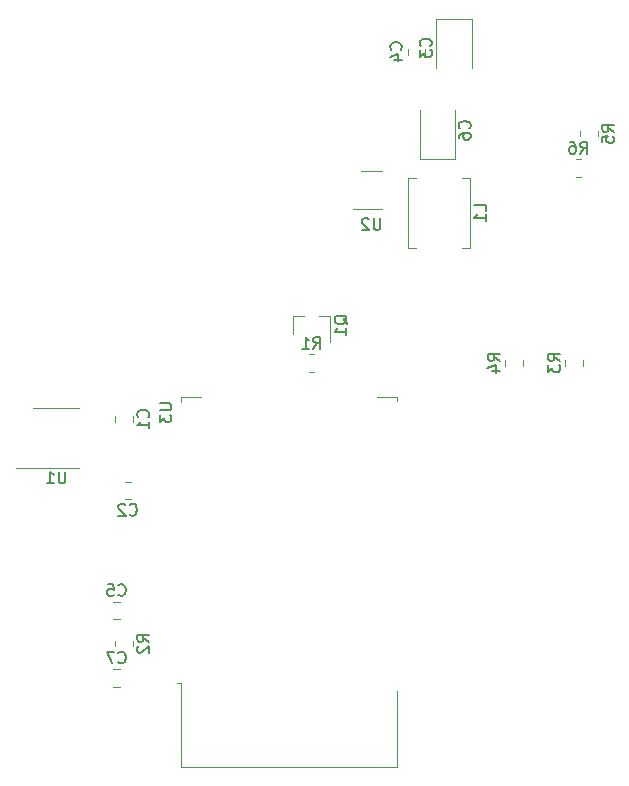
<source format=gbr>
%TF.GenerationSoftware,KiCad,Pcbnew,5.99.0+really5.1.9+dfsg1-1*%
%TF.CreationDate,2021-04-26T12:50:51+03:00*%
%TF.ProjectId,accessController,61636365-7373-4436-9f6e-74726f6c6c65,rev?*%
%TF.SameCoordinates,Original*%
%TF.FileFunction,Legend,Bot*%
%TF.FilePolarity,Positive*%
%FSLAX46Y46*%
G04 Gerber Fmt 4.6, Leading zero omitted, Abs format (unit mm)*
G04 Created by KiCad (PCBNEW 5.99.0+really5.1.9+dfsg1-1) date 2021-04-26 12:50:51*
%MOMM*%
%LPD*%
G01*
G04 APERTURE LIST*
%ADD10C,0.120000*%
%ADD11C,0.150000*%
G04 APERTURE END LIST*
D10*
%TO.C,C1*%
X111225000Y-98366252D02*
X111225000Y-97843748D01*
X109755000Y-98366252D02*
X109755000Y-97843748D01*
%TO.C,C2*%
X110548748Y-103405000D02*
X111071252Y-103405000D01*
X110548748Y-104875000D02*
X111071252Y-104875000D01*
%TO.C,C3*%
X139940000Y-64215000D02*
X139940000Y-68425000D01*
X136920000Y-64215000D02*
X139940000Y-64215000D01*
X136920000Y-68425000D02*
X136920000Y-64215000D01*
%TO.C,C4*%
X135990000Y-66733748D02*
X135990000Y-67256252D01*
X134520000Y-66733748D02*
X134520000Y-67256252D01*
%TO.C,C5*%
X110116252Y-115035000D02*
X109593748Y-115035000D01*
X110116252Y-113565000D02*
X109593748Y-113565000D01*
%TO.C,C6*%
X138543000Y-71910000D02*
X138543000Y-76120000D01*
X138543000Y-76120000D02*
X135523000Y-76120000D01*
X135523000Y-76120000D02*
X135523000Y-71910000D01*
%TO.C,C7*%
X110116252Y-119280000D02*
X109593748Y-119280000D01*
X110116252Y-120750000D02*
X109593748Y-120750000D01*
%TO.C,L1*%
X135230000Y-83605000D02*
X134550000Y-83605000D01*
X135230000Y-77685000D02*
X134550000Y-77685000D01*
X134550000Y-83605000D02*
X134550000Y-77685000D01*
X139770000Y-83605000D02*
X139090000Y-83605000D01*
X139770000Y-77685000D02*
X139090000Y-77685000D01*
X139770000Y-83605000D02*
X139770000Y-77685000D01*
%TO.C,Q1*%
X124785000Y-89410000D02*
X124785000Y-90870000D01*
X127945000Y-89410000D02*
X127945000Y-91570000D01*
X127945000Y-89410000D02*
X127015000Y-89410000D01*
X124785000Y-89410000D02*
X125715000Y-89410000D01*
%TO.C,R1*%
X126592064Y-92610000D02*
X126137936Y-92610000D01*
X126592064Y-94080000D02*
X126137936Y-94080000D01*
%TO.C,R2*%
X109755000Y-117344564D02*
X109755000Y-116890436D01*
X111225000Y-117344564D02*
X111225000Y-116890436D01*
%TO.C,R3*%
X149325000Y-93117936D02*
X149325000Y-93572064D01*
X147855000Y-93117936D02*
X147855000Y-93572064D01*
%TO.C,R4*%
X142775000Y-93117936D02*
X142775000Y-93572064D01*
X144245000Y-93117936D02*
X144245000Y-93572064D01*
%TO.C,R5*%
X150595000Y-74164564D02*
X150595000Y-73710436D01*
X149125000Y-74164564D02*
X149125000Y-73710436D01*
%TO.C,R6*%
X149198064Y-77570000D02*
X148743936Y-77570000D01*
X149198064Y-76100000D02*
X148743936Y-76100000D01*
%TO.C,U1*%
X104775000Y-102255000D02*
X101325000Y-102255000D01*
X104775000Y-102255000D02*
X106725000Y-102255000D01*
X104775000Y-97135000D02*
X102825000Y-97135000D01*
X104775000Y-97135000D02*
X106725000Y-97135000D01*
%TO.C,U2*%
X132345000Y-80350000D02*
X129895000Y-80350000D01*
X130545000Y-77130000D02*
X132345000Y-77130000D01*
%TO.C,U3*%
X115340000Y-96277000D02*
X117000000Y-96277000D01*
X115340000Y-96637000D02*
X115340000Y-96277000D01*
X133580000Y-96277000D02*
X131920000Y-96277000D01*
X133580000Y-96537000D02*
X133580000Y-96277000D01*
X115335000Y-127527000D02*
X133590000Y-127527000D01*
X115350000Y-120447000D02*
X115335000Y-127527000D01*
X133590000Y-121107000D02*
X133590000Y-127527000D01*
X115350000Y-120447000D02*
X114960000Y-120447000D01*
%TO.C,C1*%
D11*
X112527142Y-97938333D02*
X112574761Y-97890714D01*
X112622380Y-97747857D01*
X112622380Y-97652619D01*
X112574761Y-97509761D01*
X112479523Y-97414523D01*
X112384285Y-97366904D01*
X112193809Y-97319285D01*
X112050952Y-97319285D01*
X111860476Y-97366904D01*
X111765238Y-97414523D01*
X111670000Y-97509761D01*
X111622380Y-97652619D01*
X111622380Y-97747857D01*
X111670000Y-97890714D01*
X111717619Y-97938333D01*
X112622380Y-98890714D02*
X112622380Y-98319285D01*
X112622380Y-98605000D02*
X111622380Y-98605000D01*
X111765238Y-98509761D01*
X111860476Y-98414523D01*
X111908095Y-98319285D01*
%TO.C,C2*%
X110976666Y-106177142D02*
X111024285Y-106224761D01*
X111167142Y-106272380D01*
X111262380Y-106272380D01*
X111405238Y-106224761D01*
X111500476Y-106129523D01*
X111548095Y-106034285D01*
X111595714Y-105843809D01*
X111595714Y-105700952D01*
X111548095Y-105510476D01*
X111500476Y-105415238D01*
X111405238Y-105320000D01*
X111262380Y-105272380D01*
X111167142Y-105272380D01*
X111024285Y-105320000D01*
X110976666Y-105367619D01*
X110595714Y-105367619D02*
X110548095Y-105320000D01*
X110452857Y-105272380D01*
X110214761Y-105272380D01*
X110119523Y-105320000D01*
X110071904Y-105367619D01*
X110024285Y-105462857D01*
X110024285Y-105558095D01*
X110071904Y-105700952D01*
X110643333Y-106272380D01*
X110024285Y-106272380D01*
%TO.C,C3*%
X136437142Y-66508333D02*
X136484761Y-66460714D01*
X136532380Y-66317857D01*
X136532380Y-66222619D01*
X136484761Y-66079761D01*
X136389523Y-65984523D01*
X136294285Y-65936904D01*
X136103809Y-65889285D01*
X135960952Y-65889285D01*
X135770476Y-65936904D01*
X135675238Y-65984523D01*
X135580000Y-66079761D01*
X135532380Y-66222619D01*
X135532380Y-66317857D01*
X135580000Y-66460714D01*
X135627619Y-66508333D01*
X135532380Y-66841666D02*
X135532380Y-67460714D01*
X135913333Y-67127380D01*
X135913333Y-67270238D01*
X135960952Y-67365476D01*
X136008571Y-67413095D01*
X136103809Y-67460714D01*
X136341904Y-67460714D01*
X136437142Y-67413095D01*
X136484761Y-67365476D01*
X136532380Y-67270238D01*
X136532380Y-66984523D01*
X136484761Y-66889285D01*
X136437142Y-66841666D01*
%TO.C,C4*%
X133932142Y-66828333D02*
X133979761Y-66780714D01*
X134027380Y-66637857D01*
X134027380Y-66542619D01*
X133979761Y-66399761D01*
X133884523Y-66304523D01*
X133789285Y-66256904D01*
X133598809Y-66209285D01*
X133455952Y-66209285D01*
X133265476Y-66256904D01*
X133170238Y-66304523D01*
X133075000Y-66399761D01*
X133027380Y-66542619D01*
X133027380Y-66637857D01*
X133075000Y-66780714D01*
X133122619Y-66828333D01*
X133360714Y-67685476D02*
X134027380Y-67685476D01*
X132979761Y-67447380D02*
X133694047Y-67209285D01*
X133694047Y-67828333D01*
%TO.C,C5*%
X110021666Y-112977142D02*
X110069285Y-113024761D01*
X110212142Y-113072380D01*
X110307380Y-113072380D01*
X110450238Y-113024761D01*
X110545476Y-112929523D01*
X110593095Y-112834285D01*
X110640714Y-112643809D01*
X110640714Y-112500952D01*
X110593095Y-112310476D01*
X110545476Y-112215238D01*
X110450238Y-112120000D01*
X110307380Y-112072380D01*
X110212142Y-112072380D01*
X110069285Y-112120000D01*
X110021666Y-112167619D01*
X109116904Y-112072380D02*
X109593095Y-112072380D01*
X109640714Y-112548571D01*
X109593095Y-112500952D01*
X109497857Y-112453333D01*
X109259761Y-112453333D01*
X109164523Y-112500952D01*
X109116904Y-112548571D01*
X109069285Y-112643809D01*
X109069285Y-112881904D01*
X109116904Y-112977142D01*
X109164523Y-113024761D01*
X109259761Y-113072380D01*
X109497857Y-113072380D01*
X109593095Y-113024761D01*
X109640714Y-112977142D01*
%TO.C,C6*%
X139740142Y-73493333D02*
X139787761Y-73445714D01*
X139835380Y-73302857D01*
X139835380Y-73207619D01*
X139787761Y-73064761D01*
X139692523Y-72969523D01*
X139597285Y-72921904D01*
X139406809Y-72874285D01*
X139263952Y-72874285D01*
X139073476Y-72921904D01*
X138978238Y-72969523D01*
X138883000Y-73064761D01*
X138835380Y-73207619D01*
X138835380Y-73302857D01*
X138883000Y-73445714D01*
X138930619Y-73493333D01*
X138835380Y-74350476D02*
X138835380Y-74160000D01*
X138883000Y-74064761D01*
X138930619Y-74017142D01*
X139073476Y-73921904D01*
X139263952Y-73874285D01*
X139644904Y-73874285D01*
X139740142Y-73921904D01*
X139787761Y-73969523D01*
X139835380Y-74064761D01*
X139835380Y-74255238D01*
X139787761Y-74350476D01*
X139740142Y-74398095D01*
X139644904Y-74445714D01*
X139406809Y-74445714D01*
X139311571Y-74398095D01*
X139263952Y-74350476D01*
X139216333Y-74255238D01*
X139216333Y-74064761D01*
X139263952Y-73969523D01*
X139311571Y-73921904D01*
X139406809Y-73874285D01*
%TO.C,C7*%
X110021666Y-118692142D02*
X110069285Y-118739761D01*
X110212142Y-118787380D01*
X110307380Y-118787380D01*
X110450238Y-118739761D01*
X110545476Y-118644523D01*
X110593095Y-118549285D01*
X110640714Y-118358809D01*
X110640714Y-118215952D01*
X110593095Y-118025476D01*
X110545476Y-117930238D01*
X110450238Y-117835000D01*
X110307380Y-117787380D01*
X110212142Y-117787380D01*
X110069285Y-117835000D01*
X110021666Y-117882619D01*
X109688333Y-117787380D02*
X109021666Y-117787380D01*
X109450238Y-118787380D01*
%TO.C,L1*%
X141112380Y-80478333D02*
X141112380Y-80002142D01*
X140112380Y-80002142D01*
X141112380Y-81335476D02*
X141112380Y-80764047D01*
X141112380Y-81049761D02*
X140112380Y-81049761D01*
X140255238Y-80954523D01*
X140350476Y-80859285D01*
X140398095Y-80764047D01*
%TO.C,Q1*%
X129412619Y-90074761D02*
X129365000Y-89979523D01*
X129269761Y-89884285D01*
X129126904Y-89741428D01*
X129079285Y-89646190D01*
X129079285Y-89550952D01*
X129317380Y-89598571D02*
X129269761Y-89503333D01*
X129174523Y-89408095D01*
X128984047Y-89360476D01*
X128650714Y-89360476D01*
X128460238Y-89408095D01*
X128365000Y-89503333D01*
X128317380Y-89598571D01*
X128317380Y-89789047D01*
X128365000Y-89884285D01*
X128460238Y-89979523D01*
X128650714Y-90027142D01*
X128984047Y-90027142D01*
X129174523Y-89979523D01*
X129269761Y-89884285D01*
X129317380Y-89789047D01*
X129317380Y-89598571D01*
X129317380Y-90979523D02*
X129317380Y-90408095D01*
X129317380Y-90693809D02*
X128317380Y-90693809D01*
X128460238Y-90598571D01*
X128555476Y-90503333D01*
X128603095Y-90408095D01*
%TO.C,R1*%
X126531666Y-92147380D02*
X126865000Y-91671190D01*
X127103095Y-92147380D02*
X127103095Y-91147380D01*
X126722142Y-91147380D01*
X126626904Y-91195000D01*
X126579285Y-91242619D01*
X126531666Y-91337857D01*
X126531666Y-91480714D01*
X126579285Y-91575952D01*
X126626904Y-91623571D01*
X126722142Y-91671190D01*
X127103095Y-91671190D01*
X125579285Y-92147380D02*
X126150714Y-92147380D01*
X125865000Y-92147380D02*
X125865000Y-91147380D01*
X125960238Y-91290238D01*
X126055476Y-91385476D01*
X126150714Y-91433095D01*
%TO.C,R2*%
X112592380Y-116950833D02*
X112116190Y-116617500D01*
X112592380Y-116379404D02*
X111592380Y-116379404D01*
X111592380Y-116760357D01*
X111640000Y-116855595D01*
X111687619Y-116903214D01*
X111782857Y-116950833D01*
X111925714Y-116950833D01*
X112020952Y-116903214D01*
X112068571Y-116855595D01*
X112116190Y-116760357D01*
X112116190Y-116379404D01*
X111687619Y-117331785D02*
X111640000Y-117379404D01*
X111592380Y-117474642D01*
X111592380Y-117712738D01*
X111640000Y-117807976D01*
X111687619Y-117855595D01*
X111782857Y-117903214D01*
X111878095Y-117903214D01*
X112020952Y-117855595D01*
X112592380Y-117284166D01*
X112592380Y-117903214D01*
%TO.C,R3*%
X147392380Y-93178333D02*
X146916190Y-92845000D01*
X147392380Y-92606904D02*
X146392380Y-92606904D01*
X146392380Y-92987857D01*
X146440000Y-93083095D01*
X146487619Y-93130714D01*
X146582857Y-93178333D01*
X146725714Y-93178333D01*
X146820952Y-93130714D01*
X146868571Y-93083095D01*
X146916190Y-92987857D01*
X146916190Y-92606904D01*
X146392380Y-93511666D02*
X146392380Y-94130714D01*
X146773333Y-93797380D01*
X146773333Y-93940238D01*
X146820952Y-94035476D01*
X146868571Y-94083095D01*
X146963809Y-94130714D01*
X147201904Y-94130714D01*
X147297142Y-94083095D01*
X147344761Y-94035476D01*
X147392380Y-93940238D01*
X147392380Y-93654523D01*
X147344761Y-93559285D01*
X147297142Y-93511666D01*
%TO.C,R4*%
X142312380Y-93178333D02*
X141836190Y-92845000D01*
X142312380Y-92606904D02*
X141312380Y-92606904D01*
X141312380Y-92987857D01*
X141360000Y-93083095D01*
X141407619Y-93130714D01*
X141502857Y-93178333D01*
X141645714Y-93178333D01*
X141740952Y-93130714D01*
X141788571Y-93083095D01*
X141836190Y-92987857D01*
X141836190Y-92606904D01*
X141645714Y-94035476D02*
X142312380Y-94035476D01*
X141264761Y-93797380D02*
X141979047Y-93559285D01*
X141979047Y-94178333D01*
%TO.C,R5*%
X151962380Y-73770833D02*
X151486190Y-73437500D01*
X151962380Y-73199404D02*
X150962380Y-73199404D01*
X150962380Y-73580357D01*
X151010000Y-73675595D01*
X151057619Y-73723214D01*
X151152857Y-73770833D01*
X151295714Y-73770833D01*
X151390952Y-73723214D01*
X151438571Y-73675595D01*
X151486190Y-73580357D01*
X151486190Y-73199404D01*
X150962380Y-74675595D02*
X150962380Y-74199404D01*
X151438571Y-74151785D01*
X151390952Y-74199404D01*
X151343333Y-74294642D01*
X151343333Y-74532738D01*
X151390952Y-74627976D01*
X151438571Y-74675595D01*
X151533809Y-74723214D01*
X151771904Y-74723214D01*
X151867142Y-74675595D01*
X151914761Y-74627976D01*
X151962380Y-74532738D01*
X151962380Y-74294642D01*
X151914761Y-74199404D01*
X151867142Y-74151785D01*
%TO.C,R6*%
X149137666Y-75637380D02*
X149471000Y-75161190D01*
X149709095Y-75637380D02*
X149709095Y-74637380D01*
X149328142Y-74637380D01*
X149232904Y-74685000D01*
X149185285Y-74732619D01*
X149137666Y-74827857D01*
X149137666Y-74970714D01*
X149185285Y-75065952D01*
X149232904Y-75113571D01*
X149328142Y-75161190D01*
X149709095Y-75161190D01*
X148280523Y-74637380D02*
X148471000Y-74637380D01*
X148566238Y-74685000D01*
X148613857Y-74732619D01*
X148709095Y-74875476D01*
X148756714Y-75065952D01*
X148756714Y-75446904D01*
X148709095Y-75542142D01*
X148661476Y-75589761D01*
X148566238Y-75637380D01*
X148375761Y-75637380D01*
X148280523Y-75589761D01*
X148232904Y-75542142D01*
X148185285Y-75446904D01*
X148185285Y-75208809D01*
X148232904Y-75113571D01*
X148280523Y-75065952D01*
X148375761Y-75018333D01*
X148566238Y-75018333D01*
X148661476Y-75065952D01*
X148709095Y-75113571D01*
X148756714Y-75208809D01*
%TO.C,U1*%
X105536904Y-102547380D02*
X105536904Y-103356904D01*
X105489285Y-103452142D01*
X105441666Y-103499761D01*
X105346428Y-103547380D01*
X105155952Y-103547380D01*
X105060714Y-103499761D01*
X105013095Y-103452142D01*
X104965476Y-103356904D01*
X104965476Y-102547380D01*
X103965476Y-103547380D02*
X104536904Y-103547380D01*
X104251190Y-103547380D02*
X104251190Y-102547380D01*
X104346428Y-102690238D01*
X104441666Y-102785476D01*
X104536904Y-102833095D01*
%TO.C,U2*%
X132206904Y-81092380D02*
X132206904Y-81901904D01*
X132159285Y-81997142D01*
X132111666Y-82044761D01*
X132016428Y-82092380D01*
X131825952Y-82092380D01*
X131730714Y-82044761D01*
X131683095Y-81997142D01*
X131635476Y-81901904D01*
X131635476Y-81092380D01*
X131206904Y-81187619D02*
X131159285Y-81140000D01*
X131064047Y-81092380D01*
X130825952Y-81092380D01*
X130730714Y-81140000D01*
X130683095Y-81187619D01*
X130635476Y-81282857D01*
X130635476Y-81378095D01*
X130683095Y-81520952D01*
X131254523Y-82092380D01*
X130635476Y-82092380D01*
%TO.C,U3*%
X113502380Y-96785095D02*
X114311904Y-96785095D01*
X114407142Y-96832714D01*
X114454761Y-96880333D01*
X114502380Y-96975571D01*
X114502380Y-97166047D01*
X114454761Y-97261285D01*
X114407142Y-97308904D01*
X114311904Y-97356523D01*
X113502380Y-97356523D01*
X113502380Y-97737476D02*
X113502380Y-98356523D01*
X113883333Y-98023190D01*
X113883333Y-98166047D01*
X113930952Y-98261285D01*
X113978571Y-98308904D01*
X114073809Y-98356523D01*
X114311904Y-98356523D01*
X114407142Y-98308904D01*
X114454761Y-98261285D01*
X114502380Y-98166047D01*
X114502380Y-97880333D01*
X114454761Y-97785095D01*
X114407142Y-97737476D01*
%TD*%
M02*

</source>
